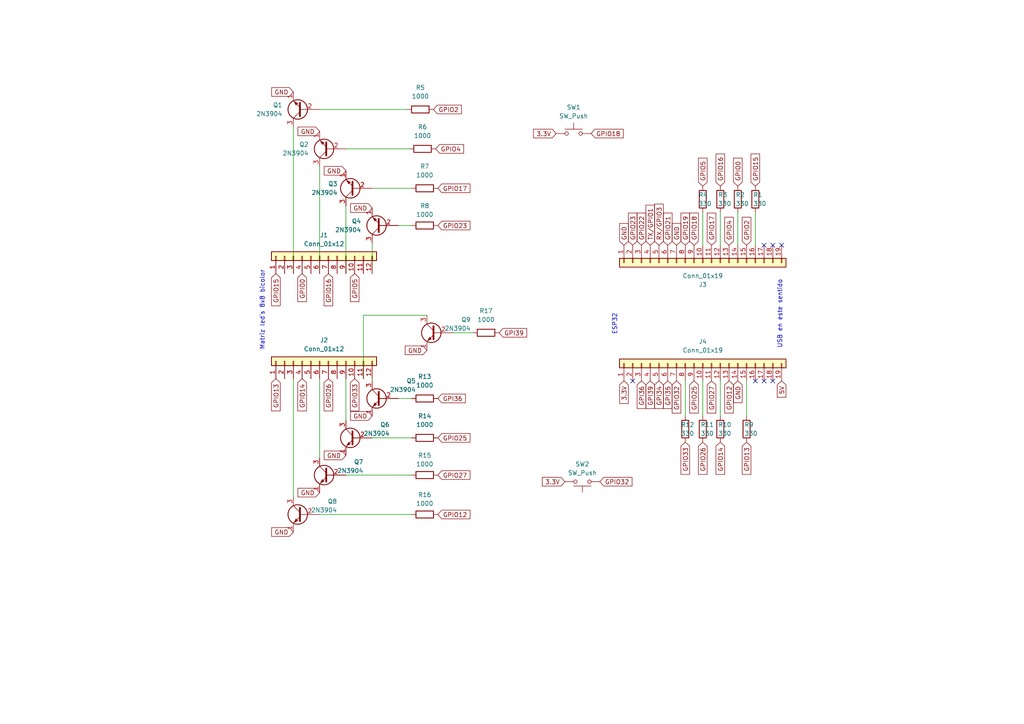
<source format=kicad_sch>
(kicad_sch (version 20231120) (generator "eeschema") (generator_version "8.0")
  (paper "A4")
  (lib_symbols
    (symbol "Connector_Generic:Conn_01x12" (pin_names (offset 1.016) hide)
      (property "Reference" "J" (at 0 15.24 0))
      (property "Value" "Conn_01x12" (at 0 -17.78 0))
      (symbol "Conn_01x12_1_1"
        (rectangle (start -1.27 -15.113) (end 0 -15.367) (stroke (width 0.1524)))
        (rectangle (start -1.27 -12.573) (end 0 -12.827) (stroke (width 0.1524)))
        (rectangle (start -1.27 -10.033) (end 0 -10.287) (stroke (width 0.1524)))
        (rectangle (start -1.27 -7.493) (end 0 -7.747) (stroke (width 0.1524)))
        (rectangle (start -1.27 -4.953) (end 0 -5.207) (stroke (width 0.1524)))
        (rectangle (start -1.27 -2.413) (end 0 -2.667) (stroke (width 0.1524)))
        (rectangle (start -1.27 0.127) (end 0 -0.127) (stroke (width 0.1524)))
        (rectangle (start -1.27 2.667) (end 0 2.413) (stroke (width 0.1524)))
        (rectangle (start -1.27 5.207) (end 0 4.953) (stroke (width 0.1524)))
        (rectangle (start -1.27 7.747) (end 0 7.493) (stroke (width 0.1524)))
        (rectangle (start -1.27 10.287) (end 0 10.033) (stroke (width 0.1524)))
        (rectangle (start -1.27 12.827) (end 0 12.573) (stroke (width 0.1524)))
        (rectangle (start -1.27 13.97) (end 1.27 -16.51) (stroke (width 0.254)) (fill (type background)))
        (pin passive line (at -5.08 12.7 0) (length 3.81) (name "Pin_1") (number "1"))
        (pin passive line (at -5.08 -10.16 0) (length 3.81) (name "Pin_10") (number "10"))
        (pin passive line (at -5.08 -12.7 0) (length 3.81) (name "Pin_11") (number "11"))
        (pin passive line (at -5.08 -15.24 0) (length 3.81) (name "Pin_12") (number "12"))
        (pin passive line (at -5.08 10.16 0) (length 3.81) (name "Pin_2") (number "2"))
        (pin passive line (at -5.08 7.62 0) (length 3.81) (name "Pin_3") (number "3"))
        (pin passive line (at -5.08 5.08 0) (length 3.81) (name "Pin_4") (number "4"))
        (pin passive line (at -5.08 2.54 0) (length 3.81) (name "Pin_5") (number "5"))
        (pin passive line (at -5.08 0 0) (length 3.81) (name "Pin_6") (number "6"))
        (pin passive line (at -5.08 -2.54 0) (length 3.81) (name "Pin_7") (number "7"))
        (pin passive line (at -5.08 -5.08 0) (length 3.81) (name "Pin_8") (number "8"))
        (pin passive line (at -5.08 -7.62 0) (length 3.81) (name "Pin_9") (number "9"))
      )
    )
    (symbol "Connector_Generic:Conn_01x19" (pin_names (offset 1.016) hide)
      (property "Reference" "J" (at 0 25.4 0))
      (property "Value" "Conn_01x19" (at 0 -25.4 0))
      (symbol "Conn_01x19_1_1"
        (rectangle (start -1.27 -22.733) (end 0 -22.987) (stroke (width 0.1524)))
        (rectangle (start -1.27 -20.193) (end 0 -20.447) (stroke (width 0.1524)))
        (rectangle (start -1.27 -17.653) (end 0 -17.907) (stroke (width 0.1524)))
        (rectangle (start -1.27 -15.113) (end 0 -15.367) (stroke (width 0.1524)))
        (rectangle (start -1.27 -12.573) (end 0 -12.827) (stroke (width 0.1524)))
        (rectangle (start -1.27 -10.033) (end 0 -10.287) (stroke (width 0.1524)))
        (rectangle (start -1.27 -7.493) (end 0 -7.747) (stroke (width 0.1524)))
        (rectangle (start -1.27 -4.953) (end 0 -5.207) (stroke (width 0.1524)))
        (rectangle (start -1.27 -2.413) (end 0 -2.667) (stroke (width 0.1524)))
        (rectangle (start -1.27 0.127) (end 0 -0.127) (stroke (width 0.1524)))
        (rectangle (start -1.27 2.667) (end 0 2.413) (stroke (width 0.1524)))
        (rectangle (start -1.27 5.207) (end 0 4.953) (stroke (width 0.1524)))
        (rectangle (start -1.27 7.747) (end 0 7.493) (stroke (width 0.1524)))
        (rectangle (start -1.27 10.287) (end 0 10.033) (stroke (width 0.1524)))
        (rectangle (start -1.27 12.827) (end 0 12.573) (stroke (width 0.1524)))
        (rectangle (start -1.27 15.367) (end 0 15.113) (stroke (width 0.1524)))
        (rectangle (start -1.27 17.907) (end 0 17.653) (stroke (width 0.1524)))
        (rectangle (start -1.27 20.447) (end 0 20.193) (stroke (width 0.1524)))
        (rectangle (start -1.27 22.987) (end 0 22.733) (stroke (width 0.1524)))
        (rectangle (start -1.27 24.13) (end 1.27 -24.13) (stroke (width 0.254)) (fill (type background)))
        (pin passive line (at -5.08 22.86 0) (length 3.81) (name "Pin_1") (number "1"))
        (pin passive line (at -5.08 0 0) (length 3.81) (name "Pin_10") (number "10"))
        (pin passive line (at -5.08 -2.54 0) (length 3.81) (name "Pin_11") (number "11"))
        (pin passive line (at -5.08 -5.08 0) (length 3.81) (name "Pin_12") (number "12"))
        (pin passive line (at -5.08 -7.62 0) (length 3.81) (name "Pin_13") (number "13"))
        (pin passive line (at -5.08 -10.16 0) (length 3.81) (name "Pin_14") (number "14"))
        (pin passive line (at -5.08 -12.7 0) (length 3.81) (name "Pin_15") (number "15"))
        (pin passive line (at -5.08 -15.24 0) (length 3.81) (name "Pin_16") (number "16"))
        (pin passive line (at -5.08 -17.78 0) (length 3.81) (name "Pin_17") (number "17"))
        (pin passive line (at -5.08 -20.32 0) (length 3.81) (name "Pin_18") (number "18"))
        (pin passive line (at -5.08 -22.86 0) (length 3.81) (name "Pin_19") (number "19"))
        (pin passive line (at -5.08 20.32 0) (length 3.81) (name "Pin_2") (number "2"))
        (pin passive line (at -5.08 17.78 0) (length 3.81) (name "Pin_3") (number "3"))
        (pin passive line (at -5.08 15.24 0) (length 3.81) (name "Pin_4") (number "4"))
        (pin passive line (at -5.08 12.7 0) (length 3.81) (name "Pin_5") (number "5"))
        (pin passive line (at -5.08 10.16 0) (length 3.81) (name "Pin_6") (number "6"))
        (pin passive line (at -5.08 7.62 0) (length 3.81) (name "Pin_7") (number "7"))
        (pin passive line (at -5.08 5.08 0) (length 3.81) (name "Pin_8") (number "8"))
        (pin passive line (at -5.08 2.54 0) (length 3.81) (name "Pin_9") (number "9"))
      )
    )
    (symbol "Device:R" (pin_numbers hide) (pin_names (offset 0))
      (property "Reference" "R" (at 2.032 0 90))
      (property "Value" "R" (at 0 0 90))
      (symbol "R_0_1"
        (rectangle (start -1.016 -2.54) (end 1.016 2.54) (stroke (width 0.254)))
      )
      (symbol "R_1_1"
        (pin passive line (at 0 3.81 270) (length 1.27) (name "~") (number "1"))
        (pin passive line (at 0 -3.81 90) (length 1.27) (name "~") (number "2"))
      )
    )
    (symbol "Switch:SW_Push" (pin_numbers hide) (pin_names (offset 1.016) hide)
      (property "Reference" "SW" (at 1.27 2.54 0))
      (property "Value" "SW_Push" (at 0 -1.524 0))
      (symbol "SW_Push_0_1"
        (circle (center -2.032 0) (radius 0.508))
        (polyline (pts (xy 0 1.27) (xy 0 3.048)))
        (polyline (pts (xy 2.54 1.27) (xy -2.54 1.27)))
        (circle (center 2.032 0) (radius 0.508))
        (pin passive line (at -5.08 0 0) (length 2.54) (name "1") (number "1"))
        (pin passive line (at 5.08 0 180) (length 2.54) (name "2") (number "2"))
      )
    )
    (symbol "Transistor_BJT:2N3904" (pin_names (offset 0) hide)
      (property "Reference" "Q" (at 5.08 1.905 0))
      (property "Value" "2N3904" (at 5.08 0 0))
      (symbol "2N3904_0_1"
        (polyline (pts (xy 0.635 0.635) (xy 2.54 2.54)))
        (polyline (pts (xy 0.635 -0.635) (xy 2.54 -2.54) (xy 2.54 -2.54)))
        (polyline (pts (xy 0.635 1.905) (xy 0.635 -1.905) (xy 0.635 -1.905)) (stroke (width 0.508)))
        (polyline (pts (xy 1.27 -1.778) (xy 1.778 -1.27) (xy 2.286 -2.286) (xy 1.27 -1.778) (xy 1.27 -1.778)) (fill (type outline)))
        (circle (center 1.27 0) (radius 2.8194) (stroke (width 0.254)))
      )
      (symbol "2N3904_1_1"
        (pin passive line (at 2.54 -5.08 90) (length 2.54) (name "E") (number "1"))
        (pin passive line (at -5.08 0 0) (length 5.715) (name "B") (number "2"))
        (pin passive line (at 2.54 5.08 270) (length 2.54) (name "C") (number "3"))
      )
    )
  )
  (no_connect (at 226.695 71.12))
  (no_connect (at 224.155 71.12))
  (no_connect (at 224.155 110.49))
  (no_connect (at 183.515 110.49))
  (no_connect (at 221.615 110.49))
  (no_connect (at 221.615 71.12))
  (no_connect (at 219.075 110.49))
  (wire (pts (xy 92.71 149.225) (xy 119.38 149.225)))
  (wire (pts (xy 107.95 109.855) (xy 107.95 110.49)))
  (wire (pts (xy 208.915 110.49) (xy 208.915 120.65)))
  (wire (pts (xy 92.71 132.715) (xy 92.71 109.855)))
  (wire (pts (xy 92.71 48.26) (xy 92.71 79.375)))
  (wire (pts (xy 107.95 70.485) (xy 107.95 79.375)))
  (wire (pts (xy 198.755 110.49) (xy 198.755 120.65)))
  (wire (pts (xy 100.33 137.795) (xy 119.38 137.795)))
  (wire (pts (xy 203.835 110.49) (xy 203.835 120.65)))
  (wire (pts (xy 131.445 96.52) (xy 137.16 96.52)))
  (wire (pts (xy 203.835 61.595) (xy 203.835 71.12)))
  (wire (pts (xy 216.535 110.49) (xy 216.535 120.65)))
  (wire (pts (xy 100.33 59.69) (xy 100.33 79.375)))
  (wire (pts (xy 115.57 115.57) (xy 119.38 115.57)))
  (wire (pts (xy 213.995 61.595) (xy 213.995 71.12)))
  (wire (pts (xy 100.33 109.855) (xy 100.33 121.92)))
  (wire (pts (xy 123.825 91.44) (xy 105.41 91.44)))
  (wire (pts (xy 208.915 61.595) (xy 208.915 71.12)))
  (wire (pts (xy 85.09 109.855) (xy 85.09 144.145)))
  (wire (pts (xy 219.075 61.595) (xy 219.075 71.12)))
  (wire (pts (xy 115.57 65.405) (xy 119.38 65.405)))
  (wire (pts (xy 105.41 91.44) (xy 105.41 109.855)))
  (wire (pts (xy 107.95 54.61) (xy 119.38 54.61)))
  (wire (pts (xy 92.71 31.75) (xy 118.11 31.75)))
  (wire (pts (xy 100.33 43.18) (xy 118.745 43.18)))
  (wire (pts (xy 85.09 79.375) (xy 85.09 36.83)))
  (wire (pts (xy 107.95 127) (xy 119.38 127)))
  (text "USB en este sentido" (at 226.949 101.092 90) (effects (font (size 1.27 1.27)) (justify left bottom)))
  (text "ESP32" (at 179.07 97.155 90) (effects (font (size 1.27 1.27)) (justify left bottom)))
  (text "Matriz led´s 8x8 bicolor" (at 76.835 101.6 90) (effects (font (size 1.27 1.27)) (justify left bottom)))
  (global_label "GPIO15" (shape input) (at 80.01 79.375 270) (property "Intersheetrefs" "${INTERSHEET_REFS}" (effects (hide yes))))
  (global_label "3.3V" (shape input) (at 161.29 38.735 180) (property "Intersheetrefs" "${INTERSHEET_REFS}" (effects (hide yes))))
  (global_label "GND" (shape input) (at 85.09 26.67 180) (property "Intersheetrefs" "${INTERSHEET_REFS}" (effects (hide yes))))
  (global_label "GND" (shape input) (at 100.33 49.53 180) (property "Intersheetrefs" "${INTERSHEET_REFS}" (effects (hide yes))))
  (global_label "GND" (shape input) (at 100.33 132.08 180) (property "Intersheetrefs" "${INTERSHEET_REFS}" (effects (hide yes))))
  (global_label "GPI35" (shape input) (at 193.675 110.49 270) (property "Intersheetrefs" "${INTERSHEET_REFS}" (effects (hide yes))))
  (global_label "GPIO32" (shape input) (at 173.99 139.7 0) (property "Intersheetrefs" "${INTERSHEET_REFS}" (effects (hide yes))))
  (global_label "GPIO14" (shape input) (at 87.63 109.855 270) (property "Intersheetrefs" "${INTERSHEET_REFS}" (effects (hide yes))))
  (global_label "5V" (shape input) (at 226.695 110.49 270) (property "Intersheetrefs" "${INTERSHEET_REFS}" (effects (hide yes))))
  (global_label "GPIO4" (shape input) (at 126.365 43.18 0) (property "Intersheetrefs" "${INTERSHEET_REFS}" (effects (hide yes))))
  (global_label "GND" (shape input) (at 107.95 60.325 180) (property "Intersheetrefs" "${INTERSHEET_REFS}" (effects (hide yes))))
  (global_label "GPI34" (shape input) (at 191.135 110.49 270) (property "Intersheetrefs" "${INTERSHEET_REFS}" (effects (hide yes))))
  (global_label "GPIO27" (shape input) (at 127 137.795 0) (property "Intersheetrefs" "${INTERSHEET_REFS}" (effects (hide yes))))
  (global_label "GPIO25" (shape input) (at 201.295 110.49 270) (property "Intersheetrefs" "${INTERSHEET_REFS}" (effects (hide yes))))
  (global_label "GPIO5" (shape input) (at 102.87 79.375 270) (property "Intersheetrefs" "${INTERSHEET_REFS}" (effects (hide yes))))
  (global_label "GPIO23" (shape input) (at 183.515 71.12 90) (property "Intersheetrefs" "${INTERSHEET_REFS}" (effects (hide yes))))
  (global_label "GPIO12" (shape input) (at 127 149.225 0) (property "Intersheetrefs" "${INTERSHEET_REFS}" (effects (hide yes))))
  (global_label "GPI39" (shape input) (at 144.78 96.52 0) (property "Intersheetrefs" "${INTERSHEET_REFS}" (effects (hide yes))))
  (global_label "RX{slash}GPIO3" (shape input) (at 191.135 71.12 90) (property "Intersheetrefs" "${INTERSHEET_REFS}" (effects (hide yes))))
  (global_label "GPIO21" (shape input) (at 193.675 71.12 90) (property "Intersheetrefs" "${INTERSHEET_REFS}" (effects (hide yes))))
  (global_label "GPIO16" (shape input) (at 208.915 53.975 90) (property "Intersheetrefs" "${INTERSHEET_REFS}" (effects (hide yes))))
  (global_label "GPIO17" (shape input) (at 206.375 71.12 90) (property "Intersheetrefs" "${INTERSHEET_REFS}" (effects (hide yes))))
  (global_label "GPIO26" (shape input) (at 203.835 128.27 270) (property "Intersheetrefs" "${INTERSHEET_REFS}" (effects (hide yes))))
  (global_label "GPIO16" (shape input) (at 95.25 79.375 270) (property "Intersheetrefs" "${INTERSHEET_REFS}" (effects (hide yes))))
  (global_label "GPIO25" (shape input) (at 127 127 0) (property "Intersheetrefs" "${INTERSHEET_REFS}" (effects (hide yes))))
  (global_label "GPIO14" (shape input) (at 208.915 128.27 270) (property "Intersheetrefs" "${INTERSHEET_REFS}" (effects (hide yes))))
  (global_label "GND" (shape input) (at 123.825 101.6 180) (property "Intersheetrefs" "${INTERSHEET_REFS}" (effects (hide yes))))
  (global_label "GPIO2" (shape input) (at 125.73 31.75 0) (property "Intersheetrefs" "${INTERSHEET_REFS}" (effects (hide yes))))
  (global_label "GPIO0" (shape input) (at 87.63 79.375 270) (property "Intersheetrefs" "${INTERSHEET_REFS}" (effects (hide yes))))
  (global_label "GPIO4" (shape input) (at 211.455 71.12 90) (property "Intersheetrefs" "${INTERSHEET_REFS}" (effects (hide yes))))
  (global_label "GND" (shape input) (at 107.95 120.65 180) (property "Intersheetrefs" "${INTERSHEET_REFS}" (effects (hide yes))))
  (global_label "GND" (shape input) (at 196.215 71.12 90) (property "Intersheetrefs" "${INTERSHEET_REFS}" (effects (hide yes))))
  (global_label "3.3V" (shape input) (at 180.975 110.49 270) (property "Intersheetrefs" "${INTERSHEET_REFS}" (effects (hide yes))))
  (global_label "GPIO18" (shape input) (at 171.45 38.735 0) (property "Intersheetrefs" "${INTERSHEET_REFS}" (effects (hide yes))))
  (global_label "GPI39" (shape input) (at 188.595 110.49 270) (property "Intersheetrefs" "${INTERSHEET_REFS}" (effects (hide yes))))
  (global_label "GND" (shape input) (at 92.71 38.1 180) (property "Intersheetrefs" "${INTERSHEET_REFS}" (effects (hide yes))))
  (global_label "GPIO23" (shape input) (at 127 65.405 0) (property "Intersheetrefs" "${INTERSHEET_REFS}" (effects (hide yes))))
  (global_label "GPIO13" (shape input) (at 216.535 128.27 270) (property "Intersheetrefs" "${INTERSHEET_REFS}" (effects (hide yes))))
  (global_label "GPIO22" (shape input) (at 186.055 71.12 90) (property "Intersheetrefs" "${INTERSHEET_REFS}" (effects (hide yes))))
  (global_label "GPIO19" (shape input) (at 198.755 71.12 90) (property "Intersheetrefs" "${INTERSHEET_REFS}" (effects (hide yes))))
  (global_label "GND" (shape input) (at 92.71 142.875 180) (property "Intersheetrefs" "${INTERSHEET_REFS}" (effects (hide yes))))
  (global_label "GND" (shape input) (at 213.995 110.49 270) (property "Intersheetrefs" "${INTERSHEET_REFS}" (effects (hide yes))))
  (global_label "GPIO17" (shape input) (at 127 54.61 0) (property "Intersheetrefs" "${INTERSHEET_REFS}" (effects (hide yes))))
  (global_label "GPIO15" (shape input) (at 219.075 53.975 90) (property "Intersheetrefs" "${INTERSHEET_REFS}" (effects (hide yes))))
  (global_label "GPIO27" (shape input) (at 206.375 110.49 270) (property "Intersheetrefs" "${INTERSHEET_REFS}" (effects (hide yes))))
  (global_label "GPIO32" (shape input) (at 196.215 110.49 270) (property "Intersheetrefs" "${INTERSHEET_REFS}" (effects (hide yes))))
  (global_label "GPIO0" (shape input) (at 213.995 53.975 90) (property "Intersheetrefs" "${INTERSHEET_REFS}" (effects (hide yes))))
  (global_label "GPIO12" (shape input) (at 211.455 110.49 270) (property "Intersheetrefs" "${INTERSHEET_REFS}" (effects (hide yes))))
  (global_label "GPIO26" (shape input) (at 95.25 109.855 270) (property "Intersheetrefs" "${INTERSHEET_REFS}" (effects (hide yes))))
  (global_label "GPI36" (shape input) (at 186.055 110.49 270) (property "Intersheetrefs" "${INTERSHEET_REFS}" (effects (hide yes))))
  (global_label "GPIO33" (shape input) (at 102.87 109.855 270) (property "Intersheetrefs" "${INTERSHEET_REFS}" (effects (hide yes))))
  (global_label "GPIO18" (shape input) (at 201.295 71.12 90) (property "Intersheetrefs" "${INTERSHEET_REFS}" (effects (hide yes))))
  (global_label "GPIO13" (shape input) (at 80.01 109.855 270) (property "Intersheetrefs" "${INTERSHEET_REFS}" (effects (hide yes))))
  (global_label "GPIO2" (shape input) (at 216.535 71.12 90) (property "Intersheetrefs" "${INTERSHEET_REFS}" (effects (hide yes))))
  (global_label "GND" (shape input) (at 180.975 71.12 90) (property "Intersheetrefs" "${INTERSHEET_REFS}" (effects (hide yes))))
  (global_label "3.3V" (shape input) (at 163.83 139.7 180) (property "Intersheetrefs" "${INTERSHEET_REFS}" (effects (hide yes))))
  (global_label "GND" (shape input) (at 85.09 154.305 180) (property "Intersheetrefs" "${INTERSHEET_REFS}" (effects (hide yes))))
  (global_label "TX{slash}GPIO1" (shape input) (at 188.595 71.12 90) (property "Intersheetrefs" "${INTERSHEET_REFS}" (effects (hide yes))))
  (global_label "GPIO33" (shape input) (at 198.755 128.27 270) (property "Intersheetrefs" "${INTERSHEET_REFS}" (effects (hide yes))))
  (global_label "GPI36" (shape input) (at 127 115.57 0) (property "Intersheetrefs" "${INTERSHEET_REFS}" (effects (hide yes))))
  (global_label "GPIO5" (shape input) (at 203.835 53.975 90) (property "Intersheetrefs" "${INTERSHEET_REFS}" (effects (hide yes))))
  (symbol (lib_id "Transistor_BJT:2N3904") (at 102.87 127 0) (mirror y) (unit 1)
    (property "Reference" "Q6" (at 113.03 123.19 0) (effects (justify left)))
    (property "Value" "2N3904" (at 113.03 125.73 0) (effects (justify left)))
    (property "Footprint" "Package_TO_SOT_THT:TO-92_Inline" (effects (hide yes)))
    (property "Datasheet" "https://www.onsemi.com/pub/Collateral/2N3903-D.PDF" (effects (hide yes)))
  )
  (symbol (lib_id "Transistor_BJT:2N3904") (at 102.87 54.61 180) (unit 1)
    (property "Reference" "Q3" (at 97.917 53.34 0) (effects (justify left)))
    (property "Value" "2N3904" (at 97.917 55.88 0) (effects (justify left)))
    (property "Footprint" "Package_TO_SOT_THT:TO-92_Inline" (effects (hide yes)))
    (property "Datasheet" "https://www.onsemi.com/pub/Collateral/2N3903-D.PDF" (effects (hide yes)))
  )
  (symbol (lib_id "Transistor_BJT:2N3904") (at 87.63 31.75 180) (unit 1)
    (property "Reference" "Q1" (at 81.915 30.48 0) (effects (justify left)))
    (property "Value" "2N3904" (at 81.915 33.02 0) (effects (justify left)))
    (property "Footprint" "Package_TO_SOT_THT:TO-92_Inline" (effects (hide yes)))
    (property "Datasheet" "https://www.onsemi.com/pub/Collateral/2N3903-D.PDF" (effects (hide yes)))
  )
  (symbol (lib_id "Switch:SW_Push") (at 168.91 139.7 180) (unit 1)
    (property "Reference" "SW2" (at 168.91 134.62 0))
    (property "Value" "SW_Push" (at 168.91 137.16 0))
    (property "Footprint" "Button_Switch_THT:SW_DIP_SPSTx01_Piano_10.8x4.1mm_W7.62mm_P2.54mm" (effects (hide yes)))
  )
  (symbol (lib_id "Device:R") (at 208.915 57.785 0) (unit 1)
    (property "Reference" "R3" (at 208.28 56.515 0) (effects (justify left)))
    (property "Value" "330" (at 208.28 59.055 0) (effects (justify left)))
    (property "Footprint" "Resistor_THT:R_Axial_DIN0309_L9.0mm_D3.2mm_P2.54mm_Vertical" (effects (hide yes)))
  )
  (symbol (lib_id "Transistor_BJT:2N3904") (at 126.365 96.52 0) (mirror y) (unit 1)
    (property "Reference" "Q9" (at 136.525 92.71 0) (effects (justify left)))
    (property "Value" "2N3904" (at 136.525 95.25 0) (effects (justify left)))
    (property "Footprint" "Package_TO_SOT_THT:TO-92_Inline" (effects (hide yes)))
    (property "Datasheet" "https://www.onsemi.com/pub/Collateral/2N3903-D.PDF" (effects (hide yes)))
  )
  (symbol (lib_id "Transistor_BJT:2N3904") (at 95.25 43.18 180) (unit 1)
    (property "Reference" "Q2" (at 89.535 41.91 0) (effects (justify left)))
    (property "Value" "2N3904" (at 89.535 44.45 0) (effects (justify left)))
    (property "Footprint" "Package_TO_SOT_THT:TO-92_Inline" (effects (hide yes)))
    (property "Datasheet" "https://www.onsemi.com/pub/Collateral/2N3903-D.PDF" (effects (hide yes)))
  )
  (symbol (lib_id "Transistor_BJT:2N3904") (at 95.25 137.795 0) (mirror y) (unit 1)
    (property "Reference" "Q7" (at 105.41 133.985 0) (effects (justify left)))
    (property "Value" "2N3904" (at 105.41 136.525 0) (effects (justify left)))
    (property "Footprint" "Package_TO_SOT_THT:TO-92_Inline" (effects (hide yes)))
    (property "Datasheet" "https://www.onsemi.com/pub/Collateral/2N3903-D.PDF" (effects (hide yes)))
  )
  (symbol (lib_id "Device:R") (at 123.19 54.61 270) (unit 1)
    (property "Reference" "R7" (at 123.19 48.26 90))
    (property "Value" "1000" (at 123.19 50.8 90))
    (property "Footprint" "Resistor_THT:R_Axial_DIN0309_L9.0mm_D3.2mm_P2.54mm_Vertical" (effects (hide yes)))
  )
  (symbol (lib_id "Connector_Generic:Conn_01x12") (at 92.71 104.775 90) (unit 1)
    (property "Reference" "J2" (at 93.98 98.679 90))
    (property "Value" "Conn_01x12" (at 93.98 101.219 90))
    (property "Footprint" "Connector_PinSocket_2.54mm:PinSocket_1x12_P2.54mm_Vertical" (effects (hide yes)))
  )
  (symbol (lib_id "Device:R") (at 123.19 137.795 270) (unit 1)
    (property "Reference" "R15" (at 123.19 132.08 90))
    (property "Value" "1000" (at 123.19 134.62 90))
    (property "Footprint" "Resistor_THT:R_Axial_DIN0309_L9.0mm_D3.2mm_P2.54mm_Vertical" (effects (hide yes)))
  )
  (symbol (lib_id "Device:R") (at 203.835 57.785 0) (unit 1)
    (property "Reference" "R4" (at 202.565 56.515 0) (effects (justify left)))
    (property "Value" "330" (at 202.565 59.055 0) (effects (justify left)))
    (property "Footprint" "Resistor_THT:R_Axial_DIN0309_L9.0mm_D3.2mm_P2.54mm_Vertical" (effects (hide yes)))
  )
  (symbol (lib_id "Device:R") (at 140.97 96.52 270) (unit 1)
    (property "Reference" "R17" (at 140.97 90.17 90))
    (property "Value" "1000" (at 140.97 92.71 90))
    (property "Footprint" "Resistor_THT:R_Axial_DIN0204_L3.6mm_D1.6mm_P5.08mm_Horizontal" (effects (hide yes)))
  )
  (symbol (lib_id "Device:R") (at 216.535 124.46 0) (unit 1)
    (property "Reference" "R9" (at 215.9 123.19 0) (effects (justify left)))
    (property "Value" "330" (at 215.9 125.73 0) (effects (justify left)))
    (property "Footprint" "Resistor_THT:R_Axial_DIN0309_L9.0mm_D3.2mm_P2.54mm_Vertical" (effects (hide yes)))
  )
  (symbol (lib_id "Connector_Generic:Conn_01x19") (at 203.835 105.41 90) (unit 1)
    (property "Reference" "J4" (at 203.835 99.06 90))
    (property "Value" "Conn_01x19" (at 203.835 101.6 90))
    (property "Footprint" "Connector_PinSocket_2.54mm:PinSocket_1x19_P2.54mm_Vertical" (effects (hide yes)))
  )
  (symbol (lib_id "Connector_Generic:Conn_01x19") (at 203.835 76.2 90) (mirror x) (unit 1)
    (property "Reference" "J3" (at 203.835 82.55 90))
    (property "Value" "Conn_01x19" (at 203.835 80.01 90))
    (property "Footprint" "Connector_PinSocket_2.54mm:PinSocket_1x19_P2.54mm_Vertical" (effects (hide yes)))
  )
  (symbol (lib_id "Device:R") (at 122.555 43.18 270) (unit 1)
    (property "Reference" "R6" (at 122.555 36.83 90))
    (property "Value" "1000" (at 122.555 39.37 90))
    (property "Footprint" "Resistor_THT:R_Axial_DIN0309_L9.0mm_D3.2mm_P2.54mm_Vertical" (effects (hide yes)))
  )
  (symbol (lib_id "Device:R") (at 123.19 149.225 270) (unit 1)
    (property "Reference" "R16" (at 123.19 143.51 90))
    (property "Value" "1000" (at 123.19 146.05 90))
    (property "Footprint" "Resistor_THT:R_Axial_DIN0309_L9.0mm_D3.2mm_P2.54mm_Vertical" (effects (hide yes)))
  )
  (symbol (lib_id "Connector_Generic:Conn_01x12") (at 92.71 74.295 90) (unit 1)
    (property "Reference" "J1" (at 93.98 68.199 90))
    (property "Value" "Conn_01x12" (at 93.98 70.739 90))
    (property "Footprint" "Connector_PinSocket_2.54mm:PinSocket_1x12_P2.54mm_Vertical" (effects (hide yes)))
  )
  (symbol (lib_id "Device:R") (at 203.835 124.46 0) (unit 1)
    (property "Reference" "R11" (at 203.2 123.19 0) (effects (justify left)))
    (property "Value" "330" (at 203.2 125.73 0) (effects (justify left)))
    (property "Footprint" "Resistor_THT:R_Axial_DIN0309_L9.0mm_D3.2mm_P2.54mm_Vertical" (effects (hide yes)))
  )
  (symbol (lib_id "Device:R") (at 123.19 127 270) (unit 1)
    (property "Reference" "R14" (at 123.19 120.65 90))
    (property "Value" "1000" (at 123.19 123.19 90))
    (property "Footprint" "Resistor_THT:R_Axial_DIN0309_L9.0mm_D3.2mm_P2.54mm_Vertical" (effects (hide yes)))
  )
  (symbol (lib_id "Device:R") (at 123.19 115.57 270) (unit 1)
    (property "Reference" "R13" (at 123.19 109.22 90))
    (property "Value" "1000" (at 123.19 111.76 90))
    (property "Footprint" "Resistor_THT:R_Axial_DIN0204_L3.6mm_D1.6mm_P5.08mm_Horizontal" (effects (hide yes)))
  )
  (symbol (lib_id "Device:R") (at 198.755 124.46 0) (unit 1)
    (property "Reference" "R12" (at 197.485 123.19 0) (effects (justify left)))
    (property "Value" "330" (at 197.485 125.73 0) (effects (justify left)))
    (property "Footprint" "Resistor_THT:R_Axial_DIN0309_L9.0mm_D3.2mm_P2.54mm_Vertical" (effects (hide yes)))
  )
  (symbol (lib_id "Device:R") (at 213.995 57.785 0) (unit 1)
    (property "Reference" "R2" (at 213.36 56.515 0) (effects (justify left)))
    (property "Value" "330" (at 213.36 59.055 0) (effects (justify left)))
    (property "Footprint" "Resistor_THT:R_Axial_DIN0309_L9.0mm_D3.2mm_P2.54mm_Vertical" (effects (hide yes)))
  )
  (symbol (lib_id "Device:R") (at 123.19 65.405 270) (unit 1)
    (property "Reference" "R8" (at 123.19 59.69 90))
    (property "Value" "1000" (at 123.19 62.23 90))
    (property "Footprint" "Resistor_THT:R_Axial_DIN0204_L3.6mm_D1.6mm_P5.08mm_Horizontal" (effects (hide yes)))
  )
  (symbol (lib_id "Transistor_BJT:2N3904") (at 110.49 65.405 180) (unit 1)
    (property "Reference" "Q4" (at 104.775 64.135 0) (effects (justify left)))
    (property "Value" "2N3904" (at 104.775 66.675 0) (effects (justify left)))
    (property "Footprint" "Package_TO_SOT_THT:TO-92_Inline" (effects (hide yes)))
    (property "Datasheet" "https://www.onsemi.com/pub/Collateral/2N3903-D.PDF" (effects (hide yes)))
  )
  (symbol (lib_id "Transistor_BJT:2N3904") (at 110.49 115.57 0) (mirror y) (unit 1)
    (property "Reference" "Q5" (at 120.65 110.49 0) (effects (justify left)))
    (property "Value" "2N3904" (at 120.65 113.03 0) (effects (justify left)))
    (property "Footprint" "Package_TO_SOT_THT:TO-92_Inline" (effects (hide yes)))
    (property "Datasheet" "https://www.onsemi.com/pub/Collateral/2N3903-D.PDF" (effects (hide yes)))
  )
  (symbol (lib_id "Switch:SW_Push") (at 166.37 38.735 0) (unit 1)
    (property "Reference" "SW1" (at 166.37 31.115 0))
    (property "Value" "SW_Push" (at 166.37 33.655 0))
    (property "Footprint" "Button_Switch_THT:SW_DIP_SPSTx01_Piano_10.8x4.1mm_W7.62mm_P2.54mm" (effects (hide yes)))
  )
  (symbol (lib_id "Device:R") (at 121.92 31.75 270) (unit 1)
    (property "Reference" "R5" (at 121.92 25.4 90))
    (property "Value" "1000" (at 121.92 27.94 90))
    (property "Footprint" "Resistor_THT:R_Axial_DIN0309_L9.0mm_D3.2mm_P2.54mm_Vertical" (effects (hide yes)))
  )
  (symbol (lib_id "Transistor_BJT:2N3904") (at 87.63 149.225 0) (mirror y) (unit 1)
    (property "Reference" "Q8" (at 97.79 145.415 0) (effects (justify left)))
    (property "Value" "2N3904" (at 97.79 147.955 0) (effects (justify left)))
    (property "Footprint" "Package_TO_SOT_THT:TO-92_Inline" (effects (hide yes)))
    (property "Datasheet" "https://www.onsemi.com/pub/Collateral/2N3903-D.PDF" (effects (hide yes)))
  )
  (symbol (lib_id "Device:R") (at 208.915 124.46 0) (unit 1)
    (property "Reference" "R10" (at 208.28 123.19 0) (effects (justify left)))
    (property "Value" "330" (at 208.28 125.73 0) (effects (justify left)))
    (property "Footprint" "Resistor_THT:R_Axial_DIN0309_L9.0mm_D3.2mm_P2.54mm_Vertical" (effects (hide yes)))
  )
  (symbol (lib_id "Device:R") (at 219.075 57.785 0) (unit 1)
    (property "Reference" "R1" (at 218.44 56.515 0) (effects (justify left)))
    (property "Value" "330" (at 218.44 59.055 0) (effects (justify left)))
    (property "Footprint" "Resistor_THT:R_Axial_DIN0309_L9.0mm_D3.2mm_P2.54mm_Vertical" (effects (hide yes)))
  )
)
</source>
